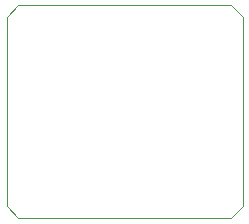
<source format=gm1>
G04 #@! TF.GenerationSoftware,KiCad,Pcbnew,7.0.4*
G04 #@! TF.CreationDate,2023-08-12T11:29:38+02:00*
G04 #@! TF.ProjectId,NB3_ear,4e42335f-6561-4722-9e6b-696361645f70,0.0.1*
G04 #@! TF.SameCoordinates,PX868b5c0PY6ee3738*
G04 #@! TF.FileFunction,Profile,NP*
%FSLAX46Y46*%
G04 Gerber Fmt 4.6, Leading zero omitted, Abs format (unit mm)*
G04 Created by KiCad (PCBNEW 7.0.4) date 2023-08-12 11:29:38*
%MOMM*%
%LPD*%
G01*
G04 APERTURE LIST*
G04 #@! TA.AperFunction,Profile*
%ADD10C,0.100000*%
G04 #@! TD*
G04 APERTURE END LIST*
D10*
X20000000Y1000000D02*
X19000000Y0D01*
X0Y1000000D02*
X0Y17000000D01*
X19000000Y18000000D02*
X20000000Y17000000D01*
X0Y17000000D02*
X1000000Y18000000D01*
X19000000Y0D02*
X1000000Y0D01*
X1000000Y18000000D02*
X19000000Y18000000D01*
X20000000Y17000000D02*
X20000000Y1000000D01*
X1000000Y0D02*
X0Y1000000D01*
M02*

</source>
